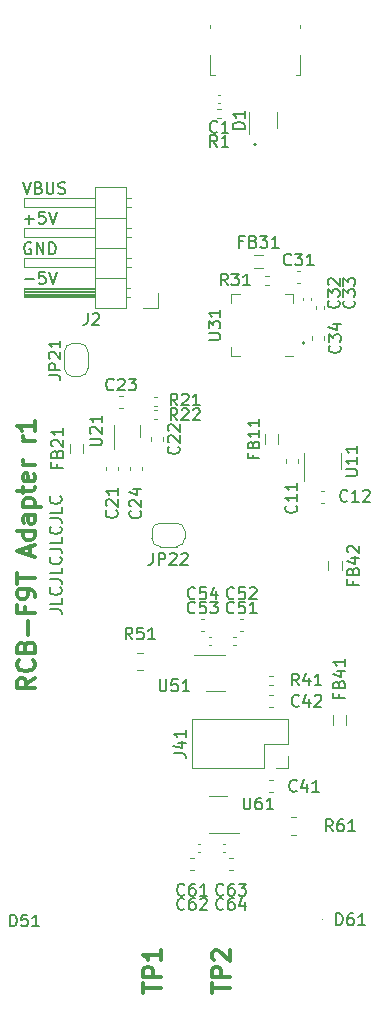
<source format=gbr>
%TF.GenerationSoftware,KiCad,Pcbnew,6.0.7+dfsg-3*%
%TF.CreationDate,2022-09-21T21:46:23+02:00*%
%TF.ProjectId,Adapter_RCB_F9T,41646170-7465-4725-9f52-43425f463954,1*%
%TF.SameCoordinates,Original*%
%TF.FileFunction,Legend,Top*%
%TF.FilePolarity,Positive*%
%FSLAX46Y46*%
G04 Gerber Fmt 4.6, Leading zero omitted, Abs format (unit mm)*
G04 Created by KiCad (PCBNEW 6.0.7+dfsg-3) date 2022-09-21 21:46:23*
%MOMM*%
%LPD*%
G01*
G04 APERTURE LIST*
%ADD10C,0.175000*%
%ADD11C,0.150000*%
%ADD12C,0.300000*%
%ADD13C,0.120000*%
%ADD14C,0.100000*%
G04 APERTURE END LIST*
D10*
X75937500Y-47250000D02*
G75*
G03*
X75937500Y-47250000I-87500J0D01*
G01*
X80037500Y-64050500D02*
G75*
G03*
X80037500Y-64050500I-87500J0D01*
G01*
D11*
X56859404Y-55600000D02*
X56764166Y-55552380D01*
X56621309Y-55552380D01*
X56478452Y-55600000D01*
X56383214Y-55695238D01*
X56335595Y-55790476D01*
X56287976Y-55980952D01*
X56287976Y-56123809D01*
X56335595Y-56314285D01*
X56383214Y-56409523D01*
X56478452Y-56504761D01*
X56621309Y-56552380D01*
X56716547Y-56552380D01*
X56859404Y-56504761D01*
X56907023Y-56457142D01*
X56907023Y-56123809D01*
X56716547Y-56123809D01*
X57335595Y-56552380D02*
X57335595Y-55552380D01*
X57907023Y-56552380D01*
X57907023Y-55552380D01*
X58383214Y-56552380D02*
X58383214Y-55552380D01*
X58621309Y-55552380D01*
X58764166Y-55600000D01*
X58859404Y-55695238D01*
X58907023Y-55790476D01*
X58954642Y-55980952D01*
X58954642Y-56123809D01*
X58907023Y-56314285D01*
X58859404Y-56409523D01*
X58764166Y-56504761D01*
X58621309Y-56552380D01*
X58383214Y-56552380D01*
D12*
X57178571Y-92428571D02*
X56464285Y-92928571D01*
X57178571Y-93285714D02*
X55678571Y-93285714D01*
X55678571Y-92714285D01*
X55750000Y-92571428D01*
X55821428Y-92500000D01*
X55964285Y-92428571D01*
X56178571Y-92428571D01*
X56321428Y-92500000D01*
X56392857Y-92571428D01*
X56464285Y-92714285D01*
X56464285Y-93285714D01*
X57035714Y-90928571D02*
X57107142Y-91000000D01*
X57178571Y-91214285D01*
X57178571Y-91357142D01*
X57107142Y-91571428D01*
X56964285Y-91714285D01*
X56821428Y-91785714D01*
X56535714Y-91857142D01*
X56321428Y-91857142D01*
X56035714Y-91785714D01*
X55892857Y-91714285D01*
X55750000Y-91571428D01*
X55678571Y-91357142D01*
X55678571Y-91214285D01*
X55750000Y-91000000D01*
X55821428Y-90928571D01*
X56392857Y-89785714D02*
X56464285Y-89571428D01*
X56535714Y-89500000D01*
X56678571Y-89428571D01*
X56892857Y-89428571D01*
X57035714Y-89500000D01*
X57107142Y-89571428D01*
X57178571Y-89714285D01*
X57178571Y-90285714D01*
X55678571Y-90285714D01*
X55678571Y-89785714D01*
X55750000Y-89642857D01*
X55821428Y-89571428D01*
X55964285Y-89500000D01*
X56107142Y-89500000D01*
X56250000Y-89571428D01*
X56321428Y-89642857D01*
X56392857Y-89785714D01*
X56392857Y-90285714D01*
X56607142Y-88785714D02*
X56607142Y-87642857D01*
X56392857Y-86428571D02*
X56392857Y-86928571D01*
X57178571Y-86928571D02*
X55678571Y-86928571D01*
X55678571Y-86214285D01*
X57178571Y-85571428D02*
X57178571Y-85285714D01*
X57107142Y-85142857D01*
X57035714Y-85071428D01*
X56821428Y-84928571D01*
X56535714Y-84857142D01*
X55964285Y-84857142D01*
X55821428Y-84928571D01*
X55750000Y-85000000D01*
X55678571Y-85142857D01*
X55678571Y-85428571D01*
X55750000Y-85571428D01*
X55821428Y-85642857D01*
X55964285Y-85714285D01*
X56321428Y-85714285D01*
X56464285Y-85642857D01*
X56535714Y-85571428D01*
X56607142Y-85428571D01*
X56607142Y-85142857D01*
X56535714Y-85000000D01*
X56464285Y-84928571D01*
X56321428Y-84857142D01*
X55678571Y-84428571D02*
X55678571Y-83571428D01*
X57178571Y-84000000D02*
X55678571Y-84000000D01*
X56750000Y-82000000D02*
X56750000Y-81285714D01*
X57178571Y-82142857D02*
X55678571Y-81642857D01*
X57178571Y-81142857D01*
X57178571Y-80000000D02*
X55678571Y-80000000D01*
X57107142Y-80000000D02*
X57178571Y-80142857D01*
X57178571Y-80428571D01*
X57107142Y-80571428D01*
X57035714Y-80642857D01*
X56892857Y-80714285D01*
X56464285Y-80714285D01*
X56321428Y-80642857D01*
X56250000Y-80571428D01*
X56178571Y-80428571D01*
X56178571Y-80142857D01*
X56250000Y-80000000D01*
X57178571Y-78642857D02*
X56392857Y-78642857D01*
X56250000Y-78714285D01*
X56178571Y-78857142D01*
X56178571Y-79142857D01*
X56250000Y-79285714D01*
X57107142Y-78642857D02*
X57178571Y-78785714D01*
X57178571Y-79142857D01*
X57107142Y-79285714D01*
X56964285Y-79357142D01*
X56821428Y-79357142D01*
X56678571Y-79285714D01*
X56607142Y-79142857D01*
X56607142Y-78785714D01*
X56535714Y-78642857D01*
X56178571Y-77928571D02*
X57678571Y-77928571D01*
X56250000Y-77928571D02*
X56178571Y-77785714D01*
X56178571Y-77500000D01*
X56250000Y-77357142D01*
X56321428Y-77285714D01*
X56464285Y-77214285D01*
X56892857Y-77214285D01*
X57035714Y-77285714D01*
X57107142Y-77357142D01*
X57178571Y-77500000D01*
X57178571Y-77785714D01*
X57107142Y-77928571D01*
X56178571Y-76785714D02*
X56178571Y-76214285D01*
X55678571Y-76571428D02*
X56964285Y-76571428D01*
X57107142Y-76500000D01*
X57178571Y-76357142D01*
X57178571Y-76214285D01*
X57107142Y-75142857D02*
X57178571Y-75285714D01*
X57178571Y-75571428D01*
X57107142Y-75714285D01*
X56964285Y-75785714D01*
X56392857Y-75785714D01*
X56250000Y-75714285D01*
X56178571Y-75571428D01*
X56178571Y-75285714D01*
X56250000Y-75142857D01*
X56392857Y-75071428D01*
X56535714Y-75071428D01*
X56678571Y-75785714D01*
X57178571Y-74428571D02*
X56178571Y-74428571D01*
X56464285Y-74428571D02*
X56321428Y-74357142D01*
X56250000Y-74285714D01*
X56178571Y-74142857D01*
X56178571Y-74000000D01*
X57178571Y-72357142D02*
X56178571Y-72357142D01*
X56464285Y-72357142D02*
X56321428Y-72285714D01*
X56250000Y-72214285D01*
X56178571Y-72071428D01*
X56178571Y-71928571D01*
X57178571Y-70642857D02*
X57178571Y-71500000D01*
X57178571Y-71071428D02*
X55678571Y-71071428D01*
X55892857Y-71214285D01*
X56035714Y-71357142D01*
X56107142Y-71500000D01*
D11*
X58452380Y-86619047D02*
X59166666Y-86619047D01*
X59309523Y-86666666D01*
X59404761Y-86761904D01*
X59452380Y-86904761D01*
X59452380Y-87000000D01*
X59452380Y-85666666D02*
X59452380Y-86142857D01*
X58452380Y-86142857D01*
X59357142Y-84761904D02*
X59404761Y-84809523D01*
X59452380Y-84952380D01*
X59452380Y-85047619D01*
X59404761Y-85190476D01*
X59309523Y-85285714D01*
X59214285Y-85333333D01*
X59023809Y-85380952D01*
X58880952Y-85380952D01*
X58690476Y-85333333D01*
X58595238Y-85285714D01*
X58500000Y-85190476D01*
X58452380Y-85047619D01*
X58452380Y-84952380D01*
X58500000Y-84809523D01*
X58547619Y-84761904D01*
X58452380Y-84047619D02*
X59166666Y-84047619D01*
X59309523Y-84095238D01*
X59404761Y-84190476D01*
X59452380Y-84333333D01*
X59452380Y-84428571D01*
X59452380Y-83095238D02*
X59452380Y-83571428D01*
X58452380Y-83571428D01*
X59357142Y-82190476D02*
X59404761Y-82238095D01*
X59452380Y-82380952D01*
X59452380Y-82476190D01*
X59404761Y-82619047D01*
X59309523Y-82714285D01*
X59214285Y-82761904D01*
X59023809Y-82809523D01*
X58880952Y-82809523D01*
X58690476Y-82761904D01*
X58595238Y-82714285D01*
X58500000Y-82619047D01*
X58452380Y-82476190D01*
X58452380Y-82380952D01*
X58500000Y-82238095D01*
X58547619Y-82190476D01*
X58452380Y-81476190D02*
X59166666Y-81476190D01*
X59309523Y-81523809D01*
X59404761Y-81619047D01*
X59452380Y-81761904D01*
X59452380Y-81857142D01*
X59452380Y-80523809D02*
X59452380Y-81000000D01*
X58452380Y-81000000D01*
X59357142Y-79619047D02*
X59404761Y-79666666D01*
X59452380Y-79809523D01*
X59452380Y-79904761D01*
X59404761Y-80047619D01*
X59309523Y-80142857D01*
X59214285Y-80190476D01*
X59023809Y-80238095D01*
X58880952Y-80238095D01*
X58690476Y-80190476D01*
X58595238Y-80142857D01*
X58500000Y-80047619D01*
X58452380Y-79904761D01*
X58452380Y-79809523D01*
X58500000Y-79666666D01*
X58547619Y-79619047D01*
X58452380Y-78904761D02*
X59166666Y-78904761D01*
X59309523Y-78952380D01*
X59404761Y-79047619D01*
X59452380Y-79190476D01*
X59452380Y-79285714D01*
X59452380Y-77952380D02*
X59452380Y-78428571D01*
X58452380Y-78428571D01*
X59357142Y-77047619D02*
X59404761Y-77095238D01*
X59452380Y-77238095D01*
X59452380Y-77333333D01*
X59404761Y-77476190D01*
X59309523Y-77571428D01*
X59214285Y-77619047D01*
X59023809Y-77666666D01*
X58880952Y-77666666D01*
X58690476Y-77619047D01*
X58595238Y-77571428D01*
X58500000Y-77476190D01*
X58452380Y-77333333D01*
X58452380Y-77238095D01*
X58500000Y-77095238D01*
X58547619Y-77047619D01*
X56335595Y-53571428D02*
X57097500Y-53571428D01*
X56716547Y-53952380D02*
X56716547Y-53190476D01*
X58049880Y-52952380D02*
X57573690Y-52952380D01*
X57526071Y-53428571D01*
X57573690Y-53380952D01*
X57668928Y-53333333D01*
X57907023Y-53333333D01*
X58002261Y-53380952D01*
X58049880Y-53428571D01*
X58097500Y-53523809D01*
X58097500Y-53761904D01*
X58049880Y-53857142D01*
X58002261Y-53904761D01*
X57907023Y-53952380D01*
X57668928Y-53952380D01*
X57573690Y-53904761D01*
X57526071Y-53857142D01*
X58383214Y-52952380D02*
X58716547Y-53952380D01*
X59049880Y-52952380D01*
D12*
X72178571Y-119092857D02*
X72178571Y-118235714D01*
X73678571Y-118664285D02*
X72178571Y-118664285D01*
X73678571Y-117735714D02*
X72178571Y-117735714D01*
X72178571Y-117164285D01*
X72250000Y-117021428D01*
X72321428Y-116950000D01*
X72464285Y-116878571D01*
X72678571Y-116878571D01*
X72821428Y-116950000D01*
X72892857Y-117021428D01*
X72964285Y-117164285D01*
X72964285Y-117735714D01*
X72321428Y-116307142D02*
X72250000Y-116235714D01*
X72178571Y-116092857D01*
X72178571Y-115735714D01*
X72250000Y-115592857D01*
X72321428Y-115521428D01*
X72464285Y-115450000D01*
X72607142Y-115450000D01*
X72821428Y-115521428D01*
X73678571Y-116378571D01*
X73678571Y-115450000D01*
D11*
X56192738Y-50452380D02*
X56526071Y-51452380D01*
X56859404Y-50452380D01*
X57526071Y-50928571D02*
X57668928Y-50976190D01*
X57716547Y-51023809D01*
X57764166Y-51119047D01*
X57764166Y-51261904D01*
X57716547Y-51357142D01*
X57668928Y-51404761D01*
X57573690Y-51452380D01*
X57192738Y-51452380D01*
X57192738Y-50452380D01*
X57526071Y-50452380D01*
X57621309Y-50500000D01*
X57668928Y-50547619D01*
X57716547Y-50642857D01*
X57716547Y-50738095D01*
X57668928Y-50833333D01*
X57621309Y-50880952D01*
X57526071Y-50928571D01*
X57192738Y-50928571D01*
X58192738Y-50452380D02*
X58192738Y-51261904D01*
X58240357Y-51357142D01*
X58287976Y-51404761D01*
X58383214Y-51452380D01*
X58573690Y-51452380D01*
X58668928Y-51404761D01*
X58716547Y-51357142D01*
X58764166Y-51261904D01*
X58764166Y-50452380D01*
X59192738Y-51404761D02*
X59335595Y-51452380D01*
X59573690Y-51452380D01*
X59668928Y-51404761D01*
X59716547Y-51357142D01*
X59764166Y-51261904D01*
X59764166Y-51166666D01*
X59716547Y-51071428D01*
X59668928Y-51023809D01*
X59573690Y-50976190D01*
X59383214Y-50928571D01*
X59287976Y-50880952D01*
X59240357Y-50833333D01*
X59192738Y-50738095D01*
X59192738Y-50642857D01*
X59240357Y-50547619D01*
X59287976Y-50500000D01*
X59383214Y-50452380D01*
X59621309Y-50452380D01*
X59764166Y-50500000D01*
X56335595Y-58671428D02*
X57097500Y-58671428D01*
X58049880Y-58052380D02*
X57573690Y-58052380D01*
X57526071Y-58528571D01*
X57573690Y-58480952D01*
X57668928Y-58433333D01*
X57907023Y-58433333D01*
X58002261Y-58480952D01*
X58049880Y-58528571D01*
X58097500Y-58623809D01*
X58097500Y-58861904D01*
X58049880Y-58957142D01*
X58002261Y-59004761D01*
X57907023Y-59052380D01*
X57668928Y-59052380D01*
X57573690Y-59004761D01*
X57526071Y-58957142D01*
X58383214Y-58052380D02*
X58716547Y-59052380D01*
X59049880Y-58052380D01*
D12*
X66378571Y-119092857D02*
X66378571Y-118235714D01*
X67878571Y-118664285D02*
X66378571Y-118664285D01*
X67878571Y-117735714D02*
X66378571Y-117735714D01*
X66378571Y-117164285D01*
X66450000Y-117021428D01*
X66521428Y-116950000D01*
X66664285Y-116878571D01*
X66878571Y-116878571D01*
X67021428Y-116950000D01*
X67092857Y-117021428D01*
X67164285Y-117164285D01*
X67164285Y-117735714D01*
X67878571Y-115450000D02*
X67878571Y-116307142D01*
X67878571Y-115878571D02*
X66378571Y-115878571D01*
X66592857Y-116021428D01*
X66735714Y-116164285D01*
X66807142Y-116307142D01*
D11*
%TO.C,R41*%
X79557142Y-93052380D02*
X79223809Y-92576190D01*
X78985714Y-93052380D02*
X78985714Y-92052380D01*
X79366666Y-92052380D01*
X79461904Y-92100000D01*
X79509523Y-92147619D01*
X79557142Y-92242857D01*
X79557142Y-92385714D01*
X79509523Y-92480952D01*
X79461904Y-92528571D01*
X79366666Y-92576190D01*
X78985714Y-92576190D01*
X80414285Y-92385714D02*
X80414285Y-93052380D01*
X80176190Y-92004761D02*
X79938095Y-92719047D01*
X80557142Y-92719047D01*
X81461904Y-93052380D02*
X80890476Y-93052380D01*
X81176190Y-93052380D02*
X81176190Y-92052380D01*
X81080952Y-92195238D01*
X80985714Y-92290476D01*
X80890476Y-92338095D01*
%TO.C,D1*%
X74952380Y-45938095D02*
X73952380Y-45938095D01*
X73952380Y-45700000D01*
X74000000Y-45557142D01*
X74095238Y-45461904D01*
X74190476Y-45414285D01*
X74380952Y-45366666D01*
X74523809Y-45366666D01*
X74714285Y-45414285D01*
X74809523Y-45461904D01*
X74904761Y-45557142D01*
X74952380Y-45700000D01*
X74952380Y-45938095D01*
X74952380Y-44414285D02*
X74952380Y-44985714D01*
X74952380Y-44700000D02*
X73952380Y-44700000D01*
X74095238Y-44795238D01*
X74190476Y-44890476D01*
X74238095Y-44985714D01*
%TO.C,C33*%
X84197142Y-60483357D02*
X84244761Y-60530976D01*
X84292380Y-60673833D01*
X84292380Y-60769071D01*
X84244761Y-60911928D01*
X84149523Y-61007166D01*
X84054285Y-61054785D01*
X83863809Y-61102404D01*
X83720952Y-61102404D01*
X83530476Y-61054785D01*
X83435238Y-61007166D01*
X83340000Y-60911928D01*
X83292380Y-60769071D01*
X83292380Y-60673833D01*
X83340000Y-60530976D01*
X83387619Y-60483357D01*
X83292380Y-60150023D02*
X83292380Y-59530976D01*
X83673333Y-59864309D01*
X83673333Y-59721452D01*
X83720952Y-59626214D01*
X83768571Y-59578595D01*
X83863809Y-59530976D01*
X84101904Y-59530976D01*
X84197142Y-59578595D01*
X84244761Y-59626214D01*
X84292380Y-59721452D01*
X84292380Y-60007166D01*
X84244761Y-60102404D01*
X84197142Y-60150023D01*
X83292380Y-59197642D02*
X83292380Y-58578595D01*
X83673333Y-58911928D01*
X83673333Y-58769071D01*
X83720952Y-58673833D01*
X83768571Y-58626214D01*
X83863809Y-58578595D01*
X84101904Y-58578595D01*
X84197142Y-58626214D01*
X84244761Y-58673833D01*
X84292380Y-58769071D01*
X84292380Y-59054785D01*
X84244761Y-59150023D01*
X84197142Y-59197642D01*
%TO.C,C63*%
X73157142Y-110757142D02*
X73109523Y-110804761D01*
X72966666Y-110852380D01*
X72871428Y-110852380D01*
X72728571Y-110804761D01*
X72633333Y-110709523D01*
X72585714Y-110614285D01*
X72538095Y-110423809D01*
X72538095Y-110280952D01*
X72585714Y-110090476D01*
X72633333Y-109995238D01*
X72728571Y-109900000D01*
X72871428Y-109852380D01*
X72966666Y-109852380D01*
X73109523Y-109900000D01*
X73157142Y-109947619D01*
X74014285Y-109852380D02*
X73823809Y-109852380D01*
X73728571Y-109900000D01*
X73680952Y-109947619D01*
X73585714Y-110090476D01*
X73538095Y-110280952D01*
X73538095Y-110661904D01*
X73585714Y-110757142D01*
X73633333Y-110804761D01*
X73728571Y-110852380D01*
X73919047Y-110852380D01*
X74014285Y-110804761D01*
X74061904Y-110757142D01*
X74109523Y-110661904D01*
X74109523Y-110423809D01*
X74061904Y-110328571D01*
X74014285Y-110280952D01*
X73919047Y-110233333D01*
X73728571Y-110233333D01*
X73633333Y-110280952D01*
X73585714Y-110328571D01*
X73538095Y-110423809D01*
X74442857Y-109852380D02*
X75061904Y-109852380D01*
X74728571Y-110233333D01*
X74871428Y-110233333D01*
X74966666Y-110280952D01*
X75014285Y-110328571D01*
X75061904Y-110423809D01*
X75061904Y-110661904D01*
X75014285Y-110757142D01*
X74966666Y-110804761D01*
X74871428Y-110852380D01*
X74585714Y-110852380D01*
X74490476Y-110804761D01*
X74442857Y-110757142D01*
%TO.C,C11*%
X79307142Y-77842857D02*
X79354761Y-77890476D01*
X79402380Y-78033333D01*
X79402380Y-78128571D01*
X79354761Y-78271428D01*
X79259523Y-78366666D01*
X79164285Y-78414285D01*
X78973809Y-78461904D01*
X78830952Y-78461904D01*
X78640476Y-78414285D01*
X78545238Y-78366666D01*
X78450000Y-78271428D01*
X78402380Y-78128571D01*
X78402380Y-78033333D01*
X78450000Y-77890476D01*
X78497619Y-77842857D01*
X79402380Y-76890476D02*
X79402380Y-77461904D01*
X79402380Y-77176190D02*
X78402380Y-77176190D01*
X78545238Y-77271428D01*
X78640476Y-77366666D01*
X78688095Y-77461904D01*
X79402380Y-75938095D02*
X79402380Y-76509523D01*
X79402380Y-76223809D02*
X78402380Y-76223809D01*
X78545238Y-76319047D01*
X78640476Y-76414285D01*
X78688095Y-76509523D01*
%TO.C,D51*%
X55085714Y-113452380D02*
X55085714Y-112452380D01*
X55323809Y-112452380D01*
X55466666Y-112500000D01*
X55561904Y-112595238D01*
X55609523Y-112690476D01*
X55657142Y-112880952D01*
X55657142Y-113023809D01*
X55609523Y-113214285D01*
X55561904Y-113309523D01*
X55466666Y-113404761D01*
X55323809Y-113452380D01*
X55085714Y-113452380D01*
X56561904Y-112452380D02*
X56085714Y-112452380D01*
X56038095Y-112928571D01*
X56085714Y-112880952D01*
X56180952Y-112833333D01*
X56419047Y-112833333D01*
X56514285Y-112880952D01*
X56561904Y-112928571D01*
X56609523Y-113023809D01*
X56609523Y-113261904D01*
X56561904Y-113357142D01*
X56514285Y-113404761D01*
X56419047Y-113452380D01*
X56180952Y-113452380D01*
X56085714Y-113404761D01*
X56038095Y-113357142D01*
X57561904Y-113452380D02*
X56990476Y-113452380D01*
X57276190Y-113452380D02*
X57276190Y-112452380D01*
X57180952Y-112595238D01*
X57085714Y-112690476D01*
X56990476Y-112738095D01*
%TO.C,C24*%
X66107142Y-78267857D02*
X66154761Y-78315476D01*
X66202380Y-78458333D01*
X66202380Y-78553571D01*
X66154761Y-78696428D01*
X66059523Y-78791666D01*
X65964285Y-78839285D01*
X65773809Y-78886904D01*
X65630952Y-78886904D01*
X65440476Y-78839285D01*
X65345238Y-78791666D01*
X65250000Y-78696428D01*
X65202380Y-78553571D01*
X65202380Y-78458333D01*
X65250000Y-78315476D01*
X65297619Y-78267857D01*
X65297619Y-77886904D02*
X65250000Y-77839285D01*
X65202380Y-77744047D01*
X65202380Y-77505952D01*
X65250000Y-77410714D01*
X65297619Y-77363095D01*
X65392857Y-77315476D01*
X65488095Y-77315476D01*
X65630952Y-77363095D01*
X66202380Y-77934523D01*
X66202380Y-77315476D01*
X65535714Y-76458333D02*
X66202380Y-76458333D01*
X65154761Y-76696428D02*
X65869047Y-76934523D01*
X65869047Y-76315476D01*
%TO.C,R21*%
X69257142Y-69352380D02*
X68923809Y-68876190D01*
X68685714Y-69352380D02*
X68685714Y-68352380D01*
X69066666Y-68352380D01*
X69161904Y-68400000D01*
X69209523Y-68447619D01*
X69257142Y-68542857D01*
X69257142Y-68685714D01*
X69209523Y-68780952D01*
X69161904Y-68828571D01*
X69066666Y-68876190D01*
X68685714Y-68876190D01*
X69638095Y-68447619D02*
X69685714Y-68400000D01*
X69780952Y-68352380D01*
X70019047Y-68352380D01*
X70114285Y-68400000D01*
X70161904Y-68447619D01*
X70209523Y-68542857D01*
X70209523Y-68638095D01*
X70161904Y-68780952D01*
X69590476Y-69352380D01*
X70209523Y-69352380D01*
X71161904Y-69352380D02*
X70590476Y-69352380D01*
X70876190Y-69352380D02*
X70876190Y-68352380D01*
X70780952Y-68495238D01*
X70685714Y-68590476D01*
X70590476Y-68638095D01*
%TO.C,C42*%
X79557142Y-94757142D02*
X79509523Y-94804761D01*
X79366666Y-94852380D01*
X79271428Y-94852380D01*
X79128571Y-94804761D01*
X79033333Y-94709523D01*
X78985714Y-94614285D01*
X78938095Y-94423809D01*
X78938095Y-94280952D01*
X78985714Y-94090476D01*
X79033333Y-93995238D01*
X79128571Y-93900000D01*
X79271428Y-93852380D01*
X79366666Y-93852380D01*
X79509523Y-93900000D01*
X79557142Y-93947619D01*
X80414285Y-94185714D02*
X80414285Y-94852380D01*
X80176190Y-93804761D02*
X79938095Y-94519047D01*
X80557142Y-94519047D01*
X80890476Y-93947619D02*
X80938095Y-93900000D01*
X81033333Y-93852380D01*
X81271428Y-93852380D01*
X81366666Y-93900000D01*
X81414285Y-93947619D01*
X81461904Y-94042857D01*
X81461904Y-94138095D01*
X81414285Y-94280952D01*
X80842857Y-94852380D01*
X81461904Y-94852380D01*
%TO.C,R22*%
X69257142Y-70602380D02*
X68923809Y-70126190D01*
X68685714Y-70602380D02*
X68685714Y-69602380D01*
X69066666Y-69602380D01*
X69161904Y-69650000D01*
X69209523Y-69697619D01*
X69257142Y-69792857D01*
X69257142Y-69935714D01*
X69209523Y-70030952D01*
X69161904Y-70078571D01*
X69066666Y-70126190D01*
X68685714Y-70126190D01*
X69638095Y-69697619D02*
X69685714Y-69650000D01*
X69780952Y-69602380D01*
X70019047Y-69602380D01*
X70114285Y-69650000D01*
X70161904Y-69697619D01*
X70209523Y-69792857D01*
X70209523Y-69888095D01*
X70161904Y-70030952D01*
X69590476Y-70602380D01*
X70209523Y-70602380D01*
X70590476Y-69697619D02*
X70638095Y-69650000D01*
X70733333Y-69602380D01*
X70971428Y-69602380D01*
X71066666Y-69650000D01*
X71114285Y-69697619D01*
X71161904Y-69792857D01*
X71161904Y-69888095D01*
X71114285Y-70030952D01*
X70542857Y-70602380D01*
X71161904Y-70602380D01*
%TO.C,FB31*%
X74830476Y-55469071D02*
X74497142Y-55469071D01*
X74497142Y-55992880D02*
X74497142Y-54992880D01*
X74973333Y-54992880D01*
X75687619Y-55469071D02*
X75830476Y-55516690D01*
X75878095Y-55564309D01*
X75925714Y-55659547D01*
X75925714Y-55802404D01*
X75878095Y-55897642D01*
X75830476Y-55945261D01*
X75735238Y-55992880D01*
X75354285Y-55992880D01*
X75354285Y-54992880D01*
X75687619Y-54992880D01*
X75782857Y-55040500D01*
X75830476Y-55088119D01*
X75878095Y-55183357D01*
X75878095Y-55278595D01*
X75830476Y-55373833D01*
X75782857Y-55421452D01*
X75687619Y-55469071D01*
X75354285Y-55469071D01*
X76259047Y-54992880D02*
X76878095Y-54992880D01*
X76544761Y-55373833D01*
X76687619Y-55373833D01*
X76782857Y-55421452D01*
X76830476Y-55469071D01*
X76878095Y-55564309D01*
X76878095Y-55802404D01*
X76830476Y-55897642D01*
X76782857Y-55945261D01*
X76687619Y-55992880D01*
X76401904Y-55992880D01*
X76306666Y-55945261D01*
X76259047Y-55897642D01*
X77830476Y-55992880D02*
X77259047Y-55992880D01*
X77544761Y-55992880D02*
X77544761Y-54992880D01*
X77449523Y-55135738D01*
X77354285Y-55230976D01*
X77259047Y-55278595D01*
%TO.C,C64*%
X73157142Y-111957142D02*
X73109523Y-112004761D01*
X72966666Y-112052380D01*
X72871428Y-112052380D01*
X72728571Y-112004761D01*
X72633333Y-111909523D01*
X72585714Y-111814285D01*
X72538095Y-111623809D01*
X72538095Y-111480952D01*
X72585714Y-111290476D01*
X72633333Y-111195238D01*
X72728571Y-111100000D01*
X72871428Y-111052380D01*
X72966666Y-111052380D01*
X73109523Y-111100000D01*
X73157142Y-111147619D01*
X74014285Y-111052380D02*
X73823809Y-111052380D01*
X73728571Y-111100000D01*
X73680952Y-111147619D01*
X73585714Y-111290476D01*
X73538095Y-111480952D01*
X73538095Y-111861904D01*
X73585714Y-111957142D01*
X73633333Y-112004761D01*
X73728571Y-112052380D01*
X73919047Y-112052380D01*
X74014285Y-112004761D01*
X74061904Y-111957142D01*
X74109523Y-111861904D01*
X74109523Y-111623809D01*
X74061904Y-111528571D01*
X74014285Y-111480952D01*
X73919047Y-111433333D01*
X73728571Y-111433333D01*
X73633333Y-111480952D01*
X73585714Y-111528571D01*
X73538095Y-111623809D01*
X74966666Y-111385714D02*
X74966666Y-112052380D01*
X74728571Y-111004761D02*
X74490476Y-111719047D01*
X75109523Y-111719047D01*
%TO.C,FB11*%
X75678571Y-73509523D02*
X75678571Y-73842857D01*
X76202380Y-73842857D02*
X75202380Y-73842857D01*
X75202380Y-73366666D01*
X75678571Y-72652380D02*
X75726190Y-72509523D01*
X75773809Y-72461904D01*
X75869047Y-72414285D01*
X76011904Y-72414285D01*
X76107142Y-72461904D01*
X76154761Y-72509523D01*
X76202380Y-72604761D01*
X76202380Y-72985714D01*
X75202380Y-72985714D01*
X75202380Y-72652380D01*
X75250000Y-72557142D01*
X75297619Y-72509523D01*
X75392857Y-72461904D01*
X75488095Y-72461904D01*
X75583333Y-72509523D01*
X75630952Y-72557142D01*
X75678571Y-72652380D01*
X75678571Y-72985714D01*
X76202380Y-71461904D02*
X76202380Y-72033333D01*
X76202380Y-71747619D02*
X75202380Y-71747619D01*
X75345238Y-71842857D01*
X75440476Y-71938095D01*
X75488095Y-72033333D01*
X76202380Y-70509523D02*
X76202380Y-71080952D01*
X76202380Y-70795238D02*
X75202380Y-70795238D01*
X75345238Y-70890476D01*
X75440476Y-70985714D01*
X75488095Y-71080952D01*
%TO.C,U21*%
X61852380Y-72738095D02*
X62661904Y-72738095D01*
X62757142Y-72690476D01*
X62804761Y-72642857D01*
X62852380Y-72547619D01*
X62852380Y-72357142D01*
X62804761Y-72261904D01*
X62757142Y-72214285D01*
X62661904Y-72166666D01*
X61852380Y-72166666D01*
X61947619Y-71738095D02*
X61900000Y-71690476D01*
X61852380Y-71595238D01*
X61852380Y-71357142D01*
X61900000Y-71261904D01*
X61947619Y-71214285D01*
X62042857Y-71166666D01*
X62138095Y-71166666D01*
X62280952Y-71214285D01*
X62852380Y-71785714D01*
X62852380Y-71166666D01*
X62852380Y-70214285D02*
X62852380Y-70785714D01*
X62852380Y-70500000D02*
X61852380Y-70500000D01*
X61995238Y-70595238D01*
X62090476Y-70690476D01*
X62138095Y-70785714D01*
%TO.C,C31*%
X78897142Y-57397642D02*
X78849523Y-57445261D01*
X78706666Y-57492880D01*
X78611428Y-57492880D01*
X78468571Y-57445261D01*
X78373333Y-57350023D01*
X78325714Y-57254785D01*
X78278095Y-57064309D01*
X78278095Y-56921452D01*
X78325714Y-56730976D01*
X78373333Y-56635738D01*
X78468571Y-56540500D01*
X78611428Y-56492880D01*
X78706666Y-56492880D01*
X78849523Y-56540500D01*
X78897142Y-56588119D01*
X79230476Y-56492880D02*
X79849523Y-56492880D01*
X79516190Y-56873833D01*
X79659047Y-56873833D01*
X79754285Y-56921452D01*
X79801904Y-56969071D01*
X79849523Y-57064309D01*
X79849523Y-57302404D01*
X79801904Y-57397642D01*
X79754285Y-57445261D01*
X79659047Y-57492880D01*
X79373333Y-57492880D01*
X79278095Y-57445261D01*
X79230476Y-57397642D01*
X80801904Y-57492880D02*
X80230476Y-57492880D01*
X80516190Y-57492880D02*
X80516190Y-56492880D01*
X80420952Y-56635738D01*
X80325714Y-56730976D01*
X80230476Y-56778595D01*
%TO.C,C41*%
X79357142Y-101957142D02*
X79309523Y-102004761D01*
X79166666Y-102052380D01*
X79071428Y-102052380D01*
X78928571Y-102004761D01*
X78833333Y-101909523D01*
X78785714Y-101814285D01*
X78738095Y-101623809D01*
X78738095Y-101480952D01*
X78785714Y-101290476D01*
X78833333Y-101195238D01*
X78928571Y-101100000D01*
X79071428Y-101052380D01*
X79166666Y-101052380D01*
X79309523Y-101100000D01*
X79357142Y-101147619D01*
X80214285Y-101385714D02*
X80214285Y-102052380D01*
X79976190Y-101004761D02*
X79738095Y-101719047D01*
X80357142Y-101719047D01*
X81261904Y-102052380D02*
X80690476Y-102052380D01*
X80976190Y-102052380D02*
X80976190Y-101052380D01*
X80880952Y-101195238D01*
X80785714Y-101290476D01*
X80690476Y-101338095D01*
%TO.C,U31*%
X71902380Y-63788595D02*
X72711904Y-63788595D01*
X72807142Y-63740976D01*
X72854761Y-63693357D01*
X72902380Y-63598119D01*
X72902380Y-63407642D01*
X72854761Y-63312404D01*
X72807142Y-63264785D01*
X72711904Y-63217166D01*
X71902380Y-63217166D01*
X71902380Y-62836214D02*
X71902380Y-62217166D01*
X72283333Y-62550500D01*
X72283333Y-62407642D01*
X72330952Y-62312404D01*
X72378571Y-62264785D01*
X72473809Y-62217166D01*
X72711904Y-62217166D01*
X72807142Y-62264785D01*
X72854761Y-62312404D01*
X72902380Y-62407642D01*
X72902380Y-62693357D01*
X72854761Y-62788595D01*
X72807142Y-62836214D01*
X72902380Y-61264785D02*
X72902380Y-61836214D01*
X72902380Y-61550500D02*
X71902380Y-61550500D01*
X72045238Y-61645738D01*
X72140476Y-61740976D01*
X72188095Y-61836214D01*
%TO.C,FB21*%
X59078571Y-74284523D02*
X59078571Y-74617857D01*
X59602380Y-74617857D02*
X58602380Y-74617857D01*
X58602380Y-74141666D01*
X59078571Y-73427380D02*
X59126190Y-73284523D01*
X59173809Y-73236904D01*
X59269047Y-73189285D01*
X59411904Y-73189285D01*
X59507142Y-73236904D01*
X59554761Y-73284523D01*
X59602380Y-73379761D01*
X59602380Y-73760714D01*
X58602380Y-73760714D01*
X58602380Y-73427380D01*
X58650000Y-73332142D01*
X58697619Y-73284523D01*
X58792857Y-73236904D01*
X58888095Y-73236904D01*
X58983333Y-73284523D01*
X59030952Y-73332142D01*
X59078571Y-73427380D01*
X59078571Y-73760714D01*
X58697619Y-72808333D02*
X58650000Y-72760714D01*
X58602380Y-72665476D01*
X58602380Y-72427380D01*
X58650000Y-72332142D01*
X58697619Y-72284523D01*
X58792857Y-72236904D01*
X58888095Y-72236904D01*
X59030952Y-72284523D01*
X59602380Y-72855952D01*
X59602380Y-72236904D01*
X59602380Y-71284523D02*
X59602380Y-71855952D01*
X59602380Y-71570238D02*
X58602380Y-71570238D01*
X58745238Y-71665476D01*
X58840476Y-71760714D01*
X58888095Y-71855952D01*
%TO.C,C54*%
X70757142Y-85657142D02*
X70709523Y-85704761D01*
X70566666Y-85752380D01*
X70471428Y-85752380D01*
X70328571Y-85704761D01*
X70233333Y-85609523D01*
X70185714Y-85514285D01*
X70138095Y-85323809D01*
X70138095Y-85180952D01*
X70185714Y-84990476D01*
X70233333Y-84895238D01*
X70328571Y-84800000D01*
X70471428Y-84752380D01*
X70566666Y-84752380D01*
X70709523Y-84800000D01*
X70757142Y-84847619D01*
X71661904Y-84752380D02*
X71185714Y-84752380D01*
X71138095Y-85228571D01*
X71185714Y-85180952D01*
X71280952Y-85133333D01*
X71519047Y-85133333D01*
X71614285Y-85180952D01*
X71661904Y-85228571D01*
X71709523Y-85323809D01*
X71709523Y-85561904D01*
X71661904Y-85657142D01*
X71614285Y-85704761D01*
X71519047Y-85752380D01*
X71280952Y-85752380D01*
X71185714Y-85704761D01*
X71138095Y-85657142D01*
X72566666Y-85085714D02*
X72566666Y-85752380D01*
X72328571Y-84704761D02*
X72090476Y-85419047D01*
X72709523Y-85419047D01*
%TO.C,C32*%
X82897142Y-60483357D02*
X82944761Y-60530976D01*
X82992380Y-60673833D01*
X82992380Y-60769071D01*
X82944761Y-60911928D01*
X82849523Y-61007166D01*
X82754285Y-61054785D01*
X82563809Y-61102404D01*
X82420952Y-61102404D01*
X82230476Y-61054785D01*
X82135238Y-61007166D01*
X82040000Y-60911928D01*
X81992380Y-60769071D01*
X81992380Y-60673833D01*
X82040000Y-60530976D01*
X82087619Y-60483357D01*
X81992380Y-60150023D02*
X81992380Y-59530976D01*
X82373333Y-59864309D01*
X82373333Y-59721452D01*
X82420952Y-59626214D01*
X82468571Y-59578595D01*
X82563809Y-59530976D01*
X82801904Y-59530976D01*
X82897142Y-59578595D01*
X82944761Y-59626214D01*
X82992380Y-59721452D01*
X82992380Y-60007166D01*
X82944761Y-60102404D01*
X82897142Y-60150023D01*
X82087619Y-59150023D02*
X82040000Y-59102404D01*
X81992380Y-59007166D01*
X81992380Y-58769071D01*
X82040000Y-58673833D01*
X82087619Y-58626214D01*
X82182857Y-58578595D01*
X82278095Y-58578595D01*
X82420952Y-58626214D01*
X82992380Y-59197642D01*
X82992380Y-58578595D01*
%TO.C,R61*%
X82407142Y-105402380D02*
X82073809Y-104926190D01*
X81835714Y-105402380D02*
X81835714Y-104402380D01*
X82216666Y-104402380D01*
X82311904Y-104450000D01*
X82359523Y-104497619D01*
X82407142Y-104592857D01*
X82407142Y-104735714D01*
X82359523Y-104830952D01*
X82311904Y-104878571D01*
X82216666Y-104926190D01*
X81835714Y-104926190D01*
X83264285Y-104402380D02*
X83073809Y-104402380D01*
X82978571Y-104450000D01*
X82930952Y-104497619D01*
X82835714Y-104640476D01*
X82788095Y-104830952D01*
X82788095Y-105211904D01*
X82835714Y-105307142D01*
X82883333Y-105354761D01*
X82978571Y-105402380D01*
X83169047Y-105402380D01*
X83264285Y-105354761D01*
X83311904Y-105307142D01*
X83359523Y-105211904D01*
X83359523Y-104973809D01*
X83311904Y-104878571D01*
X83264285Y-104830952D01*
X83169047Y-104783333D01*
X82978571Y-104783333D01*
X82883333Y-104830952D01*
X82835714Y-104878571D01*
X82788095Y-104973809D01*
X84311904Y-105402380D02*
X83740476Y-105402380D01*
X84026190Y-105402380D02*
X84026190Y-104402380D01*
X83930952Y-104545238D01*
X83835714Y-104640476D01*
X83740476Y-104688095D01*
%TO.C,FB42*%
X84128571Y-84209523D02*
X84128571Y-84542857D01*
X84652380Y-84542857D02*
X83652380Y-84542857D01*
X83652380Y-84066666D01*
X84128571Y-83352380D02*
X84176190Y-83209523D01*
X84223809Y-83161904D01*
X84319047Y-83114285D01*
X84461904Y-83114285D01*
X84557142Y-83161904D01*
X84604761Y-83209523D01*
X84652380Y-83304761D01*
X84652380Y-83685714D01*
X83652380Y-83685714D01*
X83652380Y-83352380D01*
X83700000Y-83257142D01*
X83747619Y-83209523D01*
X83842857Y-83161904D01*
X83938095Y-83161904D01*
X84033333Y-83209523D01*
X84080952Y-83257142D01*
X84128571Y-83352380D01*
X84128571Y-83685714D01*
X83985714Y-82257142D02*
X84652380Y-82257142D01*
X83604761Y-82495238D02*
X84319047Y-82733333D01*
X84319047Y-82114285D01*
X83747619Y-81780952D02*
X83700000Y-81733333D01*
X83652380Y-81638095D01*
X83652380Y-81400000D01*
X83700000Y-81304761D01*
X83747619Y-81257142D01*
X83842857Y-81209523D01*
X83938095Y-81209523D01*
X84080952Y-81257142D01*
X84652380Y-81828571D01*
X84652380Y-81209523D01*
%TO.C,C1*%
X72633333Y-46157142D02*
X72585714Y-46204761D01*
X72442857Y-46252380D01*
X72347619Y-46252380D01*
X72204761Y-46204761D01*
X72109523Y-46109523D01*
X72061904Y-46014285D01*
X72014285Y-45823809D01*
X72014285Y-45680952D01*
X72061904Y-45490476D01*
X72109523Y-45395238D01*
X72204761Y-45300000D01*
X72347619Y-45252380D01*
X72442857Y-45252380D01*
X72585714Y-45300000D01*
X72633333Y-45347619D01*
X73585714Y-46252380D02*
X73014285Y-46252380D01*
X73300000Y-46252380D02*
X73300000Y-45252380D01*
X73204761Y-45395238D01*
X73109523Y-45490476D01*
X73014285Y-45538095D01*
%TO.C,JP22*%
X67190476Y-81852380D02*
X67190476Y-82566666D01*
X67142857Y-82709523D01*
X67047619Y-82804761D01*
X66904761Y-82852380D01*
X66809523Y-82852380D01*
X67666666Y-82852380D02*
X67666666Y-81852380D01*
X68047619Y-81852380D01*
X68142857Y-81900000D01*
X68190476Y-81947619D01*
X68238095Y-82042857D01*
X68238095Y-82185714D01*
X68190476Y-82280952D01*
X68142857Y-82328571D01*
X68047619Y-82376190D01*
X67666666Y-82376190D01*
X68619047Y-81947619D02*
X68666666Y-81900000D01*
X68761904Y-81852380D01*
X69000000Y-81852380D01*
X69095238Y-81900000D01*
X69142857Y-81947619D01*
X69190476Y-82042857D01*
X69190476Y-82138095D01*
X69142857Y-82280952D01*
X68571428Y-82852380D01*
X69190476Y-82852380D01*
X69571428Y-81947619D02*
X69619047Y-81900000D01*
X69714285Y-81852380D01*
X69952380Y-81852380D01*
X70047619Y-81900000D01*
X70095238Y-81947619D01*
X70142857Y-82042857D01*
X70142857Y-82138095D01*
X70095238Y-82280952D01*
X69523809Y-82852380D01*
X70142857Y-82852380D01*
%TO.C,R1*%
X72633333Y-47452380D02*
X72300000Y-46976190D01*
X72061904Y-47452380D02*
X72061904Y-46452380D01*
X72442857Y-46452380D01*
X72538095Y-46500000D01*
X72585714Y-46547619D01*
X72633333Y-46642857D01*
X72633333Y-46785714D01*
X72585714Y-46880952D01*
X72538095Y-46928571D01*
X72442857Y-46976190D01*
X72061904Y-46976190D01*
X73585714Y-47452380D02*
X73014285Y-47452380D01*
X73300000Y-47452380D02*
X73300000Y-46452380D01*
X73204761Y-46595238D01*
X73109523Y-46690476D01*
X73014285Y-46738095D01*
%TO.C,U11*%
X83502380Y-75300595D02*
X84311904Y-75300595D01*
X84407142Y-75252976D01*
X84454761Y-75205357D01*
X84502380Y-75110119D01*
X84502380Y-74919642D01*
X84454761Y-74824404D01*
X84407142Y-74776785D01*
X84311904Y-74729166D01*
X83502380Y-74729166D01*
X84502380Y-73729166D02*
X84502380Y-74300595D01*
X84502380Y-74014880D02*
X83502380Y-74014880D01*
X83645238Y-74110119D01*
X83740476Y-74205357D01*
X83788095Y-74300595D01*
X84502380Y-72776785D02*
X84502380Y-73348214D01*
X84502380Y-73062500D02*
X83502380Y-73062500D01*
X83645238Y-73157738D01*
X83740476Y-73252976D01*
X83788095Y-73348214D01*
%TO.C,JP21*%
X58352380Y-66809523D02*
X59066666Y-66809523D01*
X59209523Y-66857142D01*
X59304761Y-66952380D01*
X59352380Y-67095238D01*
X59352380Y-67190476D01*
X59352380Y-66333333D02*
X58352380Y-66333333D01*
X58352380Y-65952380D01*
X58400000Y-65857142D01*
X58447619Y-65809523D01*
X58542857Y-65761904D01*
X58685714Y-65761904D01*
X58780952Y-65809523D01*
X58828571Y-65857142D01*
X58876190Y-65952380D01*
X58876190Y-66333333D01*
X58447619Y-65380952D02*
X58400000Y-65333333D01*
X58352380Y-65238095D01*
X58352380Y-65000000D01*
X58400000Y-64904761D01*
X58447619Y-64857142D01*
X58542857Y-64809523D01*
X58638095Y-64809523D01*
X58780952Y-64857142D01*
X59352380Y-65428571D01*
X59352380Y-64809523D01*
X59352380Y-63857142D02*
X59352380Y-64428571D01*
X59352380Y-64142857D02*
X58352380Y-64142857D01*
X58495238Y-64238095D01*
X58590476Y-64333333D01*
X58638095Y-64428571D01*
%TO.C,U51*%
X67761904Y-92552380D02*
X67761904Y-93361904D01*
X67809523Y-93457142D01*
X67857142Y-93504761D01*
X67952380Y-93552380D01*
X68142857Y-93552380D01*
X68238095Y-93504761D01*
X68285714Y-93457142D01*
X68333333Y-93361904D01*
X68333333Y-92552380D01*
X69285714Y-92552380D02*
X68809523Y-92552380D01*
X68761904Y-93028571D01*
X68809523Y-92980952D01*
X68904761Y-92933333D01*
X69142857Y-92933333D01*
X69238095Y-92980952D01*
X69285714Y-93028571D01*
X69333333Y-93123809D01*
X69333333Y-93361904D01*
X69285714Y-93457142D01*
X69238095Y-93504761D01*
X69142857Y-93552380D01*
X68904761Y-93552380D01*
X68809523Y-93504761D01*
X68761904Y-93457142D01*
X70285714Y-93552380D02*
X69714285Y-93552380D01*
X70000000Y-93552380D02*
X70000000Y-92552380D01*
X69904761Y-92695238D01*
X69809523Y-92790476D01*
X69714285Y-92838095D01*
%TO.C,C21*%
X64107142Y-78242857D02*
X64154761Y-78290476D01*
X64202380Y-78433333D01*
X64202380Y-78528571D01*
X64154761Y-78671428D01*
X64059523Y-78766666D01*
X63964285Y-78814285D01*
X63773809Y-78861904D01*
X63630952Y-78861904D01*
X63440476Y-78814285D01*
X63345238Y-78766666D01*
X63250000Y-78671428D01*
X63202380Y-78528571D01*
X63202380Y-78433333D01*
X63250000Y-78290476D01*
X63297619Y-78242857D01*
X63297619Y-77861904D02*
X63250000Y-77814285D01*
X63202380Y-77719047D01*
X63202380Y-77480952D01*
X63250000Y-77385714D01*
X63297619Y-77338095D01*
X63392857Y-77290476D01*
X63488095Y-77290476D01*
X63630952Y-77338095D01*
X64202380Y-77909523D01*
X64202380Y-77290476D01*
X64202380Y-76338095D02*
X64202380Y-76909523D01*
X64202380Y-76623809D02*
X63202380Y-76623809D01*
X63345238Y-76719047D01*
X63440476Y-76814285D01*
X63488095Y-76909523D01*
%TO.C,C62*%
X69857142Y-111957142D02*
X69809523Y-112004761D01*
X69666666Y-112052380D01*
X69571428Y-112052380D01*
X69428571Y-112004761D01*
X69333333Y-111909523D01*
X69285714Y-111814285D01*
X69238095Y-111623809D01*
X69238095Y-111480952D01*
X69285714Y-111290476D01*
X69333333Y-111195238D01*
X69428571Y-111100000D01*
X69571428Y-111052380D01*
X69666666Y-111052380D01*
X69809523Y-111100000D01*
X69857142Y-111147619D01*
X70714285Y-111052380D02*
X70523809Y-111052380D01*
X70428571Y-111100000D01*
X70380952Y-111147619D01*
X70285714Y-111290476D01*
X70238095Y-111480952D01*
X70238095Y-111861904D01*
X70285714Y-111957142D01*
X70333333Y-112004761D01*
X70428571Y-112052380D01*
X70619047Y-112052380D01*
X70714285Y-112004761D01*
X70761904Y-111957142D01*
X70809523Y-111861904D01*
X70809523Y-111623809D01*
X70761904Y-111528571D01*
X70714285Y-111480952D01*
X70619047Y-111433333D01*
X70428571Y-111433333D01*
X70333333Y-111480952D01*
X70285714Y-111528571D01*
X70238095Y-111623809D01*
X71190476Y-111147619D02*
X71238095Y-111100000D01*
X71333333Y-111052380D01*
X71571428Y-111052380D01*
X71666666Y-111100000D01*
X71714285Y-111147619D01*
X71761904Y-111242857D01*
X71761904Y-111338095D01*
X71714285Y-111480952D01*
X71142857Y-112052380D01*
X71761904Y-112052380D01*
%TO.C,R31*%
X73507142Y-59192880D02*
X73173809Y-58716690D01*
X72935714Y-59192880D02*
X72935714Y-58192880D01*
X73316666Y-58192880D01*
X73411904Y-58240500D01*
X73459523Y-58288119D01*
X73507142Y-58383357D01*
X73507142Y-58526214D01*
X73459523Y-58621452D01*
X73411904Y-58669071D01*
X73316666Y-58716690D01*
X72935714Y-58716690D01*
X73840476Y-58192880D02*
X74459523Y-58192880D01*
X74126190Y-58573833D01*
X74269047Y-58573833D01*
X74364285Y-58621452D01*
X74411904Y-58669071D01*
X74459523Y-58764309D01*
X74459523Y-59002404D01*
X74411904Y-59097642D01*
X74364285Y-59145261D01*
X74269047Y-59192880D01*
X73983333Y-59192880D01*
X73888095Y-59145261D01*
X73840476Y-59097642D01*
X75411904Y-59192880D02*
X74840476Y-59192880D01*
X75126190Y-59192880D02*
X75126190Y-58192880D01*
X75030952Y-58335738D01*
X74935714Y-58430976D01*
X74840476Y-58478595D01*
%TO.C,U61*%
X74861904Y-102552380D02*
X74861904Y-103361904D01*
X74909523Y-103457142D01*
X74957142Y-103504761D01*
X75052380Y-103552380D01*
X75242857Y-103552380D01*
X75338095Y-103504761D01*
X75385714Y-103457142D01*
X75433333Y-103361904D01*
X75433333Y-102552380D01*
X76338095Y-102552380D02*
X76147619Y-102552380D01*
X76052380Y-102600000D01*
X76004761Y-102647619D01*
X75909523Y-102790476D01*
X75861904Y-102980952D01*
X75861904Y-103361904D01*
X75909523Y-103457142D01*
X75957142Y-103504761D01*
X76052380Y-103552380D01*
X76242857Y-103552380D01*
X76338095Y-103504761D01*
X76385714Y-103457142D01*
X76433333Y-103361904D01*
X76433333Y-103123809D01*
X76385714Y-103028571D01*
X76338095Y-102980952D01*
X76242857Y-102933333D01*
X76052380Y-102933333D01*
X75957142Y-102980952D01*
X75909523Y-103028571D01*
X75861904Y-103123809D01*
X77385714Y-103552380D02*
X76814285Y-103552380D01*
X77100000Y-103552380D02*
X77100000Y-102552380D01*
X77004761Y-102695238D01*
X76909523Y-102790476D01*
X76814285Y-102838095D01*
%TO.C,C22*%
X69357142Y-72842857D02*
X69404761Y-72890476D01*
X69452380Y-73033333D01*
X69452380Y-73128571D01*
X69404761Y-73271428D01*
X69309523Y-73366666D01*
X69214285Y-73414285D01*
X69023809Y-73461904D01*
X68880952Y-73461904D01*
X68690476Y-73414285D01*
X68595238Y-73366666D01*
X68500000Y-73271428D01*
X68452380Y-73128571D01*
X68452380Y-73033333D01*
X68500000Y-72890476D01*
X68547619Y-72842857D01*
X68547619Y-72461904D02*
X68500000Y-72414285D01*
X68452380Y-72319047D01*
X68452380Y-72080952D01*
X68500000Y-71985714D01*
X68547619Y-71938095D01*
X68642857Y-71890476D01*
X68738095Y-71890476D01*
X68880952Y-71938095D01*
X69452380Y-72509523D01*
X69452380Y-71890476D01*
X68547619Y-71509523D02*
X68500000Y-71461904D01*
X68452380Y-71366666D01*
X68452380Y-71128571D01*
X68500000Y-71033333D01*
X68547619Y-70985714D01*
X68642857Y-70938095D01*
X68738095Y-70938095D01*
X68880952Y-70985714D01*
X69452380Y-71557142D01*
X69452380Y-70938095D01*
%TO.C,R51*%
X65457142Y-89152380D02*
X65123809Y-88676190D01*
X64885714Y-89152380D02*
X64885714Y-88152380D01*
X65266666Y-88152380D01*
X65361904Y-88200000D01*
X65409523Y-88247619D01*
X65457142Y-88342857D01*
X65457142Y-88485714D01*
X65409523Y-88580952D01*
X65361904Y-88628571D01*
X65266666Y-88676190D01*
X64885714Y-88676190D01*
X66361904Y-88152380D02*
X65885714Y-88152380D01*
X65838095Y-88628571D01*
X65885714Y-88580952D01*
X65980952Y-88533333D01*
X66219047Y-88533333D01*
X66314285Y-88580952D01*
X66361904Y-88628571D01*
X66409523Y-88723809D01*
X66409523Y-88961904D01*
X66361904Y-89057142D01*
X66314285Y-89104761D01*
X66219047Y-89152380D01*
X65980952Y-89152380D01*
X65885714Y-89104761D01*
X65838095Y-89057142D01*
X67361904Y-89152380D02*
X66790476Y-89152380D01*
X67076190Y-89152380D02*
X67076190Y-88152380D01*
X66980952Y-88295238D01*
X66885714Y-88390476D01*
X66790476Y-88438095D01*
%TO.C,C53*%
X70757142Y-86857142D02*
X70709523Y-86904761D01*
X70566666Y-86952380D01*
X70471428Y-86952380D01*
X70328571Y-86904761D01*
X70233333Y-86809523D01*
X70185714Y-86714285D01*
X70138095Y-86523809D01*
X70138095Y-86380952D01*
X70185714Y-86190476D01*
X70233333Y-86095238D01*
X70328571Y-86000000D01*
X70471428Y-85952380D01*
X70566666Y-85952380D01*
X70709523Y-86000000D01*
X70757142Y-86047619D01*
X71661904Y-85952380D02*
X71185714Y-85952380D01*
X71138095Y-86428571D01*
X71185714Y-86380952D01*
X71280952Y-86333333D01*
X71519047Y-86333333D01*
X71614285Y-86380952D01*
X71661904Y-86428571D01*
X71709523Y-86523809D01*
X71709523Y-86761904D01*
X71661904Y-86857142D01*
X71614285Y-86904761D01*
X71519047Y-86952380D01*
X71280952Y-86952380D01*
X71185714Y-86904761D01*
X71138095Y-86857142D01*
X72042857Y-85952380D02*
X72661904Y-85952380D01*
X72328571Y-86333333D01*
X72471428Y-86333333D01*
X72566666Y-86380952D01*
X72614285Y-86428571D01*
X72661904Y-86523809D01*
X72661904Y-86761904D01*
X72614285Y-86857142D01*
X72566666Y-86904761D01*
X72471428Y-86952380D01*
X72185714Y-86952380D01*
X72090476Y-86904761D01*
X72042857Y-86857142D01*
%TO.C,C34*%
X82997142Y-64283357D02*
X83044761Y-64330976D01*
X83092380Y-64473833D01*
X83092380Y-64569071D01*
X83044761Y-64711928D01*
X82949523Y-64807166D01*
X82854285Y-64854785D01*
X82663809Y-64902404D01*
X82520952Y-64902404D01*
X82330476Y-64854785D01*
X82235238Y-64807166D01*
X82140000Y-64711928D01*
X82092380Y-64569071D01*
X82092380Y-64473833D01*
X82140000Y-64330976D01*
X82187619Y-64283357D01*
X82092380Y-63950023D02*
X82092380Y-63330976D01*
X82473333Y-63664309D01*
X82473333Y-63521452D01*
X82520952Y-63426214D01*
X82568571Y-63378595D01*
X82663809Y-63330976D01*
X82901904Y-63330976D01*
X82997142Y-63378595D01*
X83044761Y-63426214D01*
X83092380Y-63521452D01*
X83092380Y-63807166D01*
X83044761Y-63902404D01*
X82997142Y-63950023D01*
X82425714Y-62473833D02*
X83092380Y-62473833D01*
X82044761Y-62711928D02*
X82759047Y-62950023D01*
X82759047Y-62330976D01*
%TO.C,J41*%
X68952380Y-98809523D02*
X69666666Y-98809523D01*
X69809523Y-98857142D01*
X69904761Y-98952380D01*
X69952380Y-99095238D01*
X69952380Y-99190476D01*
X69285714Y-97904761D02*
X69952380Y-97904761D01*
X68904761Y-98142857D02*
X69619047Y-98380952D01*
X69619047Y-97761904D01*
X69952380Y-96857142D02*
X69952380Y-97428571D01*
X69952380Y-97142857D02*
X68952380Y-97142857D01*
X69095238Y-97238095D01*
X69190476Y-97333333D01*
X69238095Y-97428571D01*
%TO.C,D61*%
X82685714Y-113352380D02*
X82685714Y-112352380D01*
X82923809Y-112352380D01*
X83066666Y-112400000D01*
X83161904Y-112495238D01*
X83209523Y-112590476D01*
X83257142Y-112780952D01*
X83257142Y-112923809D01*
X83209523Y-113114285D01*
X83161904Y-113209523D01*
X83066666Y-113304761D01*
X82923809Y-113352380D01*
X82685714Y-113352380D01*
X84114285Y-112352380D02*
X83923809Y-112352380D01*
X83828571Y-112400000D01*
X83780952Y-112447619D01*
X83685714Y-112590476D01*
X83638095Y-112780952D01*
X83638095Y-113161904D01*
X83685714Y-113257142D01*
X83733333Y-113304761D01*
X83828571Y-113352380D01*
X84019047Y-113352380D01*
X84114285Y-113304761D01*
X84161904Y-113257142D01*
X84209523Y-113161904D01*
X84209523Y-112923809D01*
X84161904Y-112828571D01*
X84114285Y-112780952D01*
X84019047Y-112733333D01*
X83828571Y-112733333D01*
X83733333Y-112780952D01*
X83685714Y-112828571D01*
X83638095Y-112923809D01*
X85161904Y-113352380D02*
X84590476Y-113352380D01*
X84876190Y-113352380D02*
X84876190Y-112352380D01*
X84780952Y-112495238D01*
X84685714Y-112590476D01*
X84590476Y-112638095D01*
%TO.C,C51*%
X74057142Y-86857142D02*
X74009523Y-86904761D01*
X73866666Y-86952380D01*
X73771428Y-86952380D01*
X73628571Y-86904761D01*
X73533333Y-86809523D01*
X73485714Y-86714285D01*
X73438095Y-86523809D01*
X73438095Y-86380952D01*
X73485714Y-86190476D01*
X73533333Y-86095238D01*
X73628571Y-86000000D01*
X73771428Y-85952380D01*
X73866666Y-85952380D01*
X74009523Y-86000000D01*
X74057142Y-86047619D01*
X74961904Y-85952380D02*
X74485714Y-85952380D01*
X74438095Y-86428571D01*
X74485714Y-86380952D01*
X74580952Y-86333333D01*
X74819047Y-86333333D01*
X74914285Y-86380952D01*
X74961904Y-86428571D01*
X75009523Y-86523809D01*
X75009523Y-86761904D01*
X74961904Y-86857142D01*
X74914285Y-86904761D01*
X74819047Y-86952380D01*
X74580952Y-86952380D01*
X74485714Y-86904761D01*
X74438095Y-86857142D01*
X75961904Y-86952380D02*
X75390476Y-86952380D01*
X75676190Y-86952380D02*
X75676190Y-85952380D01*
X75580952Y-86095238D01*
X75485714Y-86190476D01*
X75390476Y-86238095D01*
%TO.C,C12*%
X83657142Y-77407142D02*
X83609523Y-77454761D01*
X83466666Y-77502380D01*
X83371428Y-77502380D01*
X83228571Y-77454761D01*
X83133333Y-77359523D01*
X83085714Y-77264285D01*
X83038095Y-77073809D01*
X83038095Y-76930952D01*
X83085714Y-76740476D01*
X83133333Y-76645238D01*
X83228571Y-76550000D01*
X83371428Y-76502380D01*
X83466666Y-76502380D01*
X83609523Y-76550000D01*
X83657142Y-76597619D01*
X84609523Y-77502380D02*
X84038095Y-77502380D01*
X84323809Y-77502380D02*
X84323809Y-76502380D01*
X84228571Y-76645238D01*
X84133333Y-76740476D01*
X84038095Y-76788095D01*
X84990476Y-76597619D02*
X85038095Y-76550000D01*
X85133333Y-76502380D01*
X85371428Y-76502380D01*
X85466666Y-76550000D01*
X85514285Y-76597619D01*
X85561904Y-76692857D01*
X85561904Y-76788095D01*
X85514285Y-76930952D01*
X84942857Y-77502380D01*
X85561904Y-77502380D01*
%TO.C,C61*%
X69857142Y-110757142D02*
X69809523Y-110804761D01*
X69666666Y-110852380D01*
X69571428Y-110852380D01*
X69428571Y-110804761D01*
X69333333Y-110709523D01*
X69285714Y-110614285D01*
X69238095Y-110423809D01*
X69238095Y-110280952D01*
X69285714Y-110090476D01*
X69333333Y-109995238D01*
X69428571Y-109900000D01*
X69571428Y-109852380D01*
X69666666Y-109852380D01*
X69809523Y-109900000D01*
X69857142Y-109947619D01*
X70714285Y-109852380D02*
X70523809Y-109852380D01*
X70428571Y-109900000D01*
X70380952Y-109947619D01*
X70285714Y-110090476D01*
X70238095Y-110280952D01*
X70238095Y-110661904D01*
X70285714Y-110757142D01*
X70333333Y-110804761D01*
X70428571Y-110852380D01*
X70619047Y-110852380D01*
X70714285Y-110804761D01*
X70761904Y-110757142D01*
X70809523Y-110661904D01*
X70809523Y-110423809D01*
X70761904Y-110328571D01*
X70714285Y-110280952D01*
X70619047Y-110233333D01*
X70428571Y-110233333D01*
X70333333Y-110280952D01*
X70285714Y-110328571D01*
X70238095Y-110423809D01*
X71761904Y-110852380D02*
X71190476Y-110852380D01*
X71476190Y-110852380D02*
X71476190Y-109852380D01*
X71380952Y-109995238D01*
X71285714Y-110090476D01*
X71190476Y-110138095D01*
%TO.C,C23*%
X63857142Y-67977142D02*
X63809523Y-68024761D01*
X63666666Y-68072380D01*
X63571428Y-68072380D01*
X63428571Y-68024761D01*
X63333333Y-67929523D01*
X63285714Y-67834285D01*
X63238095Y-67643809D01*
X63238095Y-67500952D01*
X63285714Y-67310476D01*
X63333333Y-67215238D01*
X63428571Y-67120000D01*
X63571428Y-67072380D01*
X63666666Y-67072380D01*
X63809523Y-67120000D01*
X63857142Y-67167619D01*
X64238095Y-67167619D02*
X64285714Y-67120000D01*
X64380952Y-67072380D01*
X64619047Y-67072380D01*
X64714285Y-67120000D01*
X64761904Y-67167619D01*
X64809523Y-67262857D01*
X64809523Y-67358095D01*
X64761904Y-67500952D01*
X64190476Y-68072380D01*
X64809523Y-68072380D01*
X65142857Y-67072380D02*
X65761904Y-67072380D01*
X65428571Y-67453333D01*
X65571428Y-67453333D01*
X65666666Y-67500952D01*
X65714285Y-67548571D01*
X65761904Y-67643809D01*
X65761904Y-67881904D01*
X65714285Y-67977142D01*
X65666666Y-68024761D01*
X65571428Y-68072380D01*
X65285714Y-68072380D01*
X65190476Y-68024761D01*
X65142857Y-67977142D01*
%TO.C,J2*%
X61656666Y-61522380D02*
X61656666Y-62236666D01*
X61609047Y-62379523D01*
X61513809Y-62474761D01*
X61370952Y-62522380D01*
X61275714Y-62522380D01*
X62085238Y-61617619D02*
X62132857Y-61570000D01*
X62228095Y-61522380D01*
X62466190Y-61522380D01*
X62561428Y-61570000D01*
X62609047Y-61617619D01*
X62656666Y-61712857D01*
X62656666Y-61808095D01*
X62609047Y-61950952D01*
X62037619Y-62522380D01*
X62656666Y-62522380D01*
%TO.C,FB41*%
X82928571Y-93809523D02*
X82928571Y-94142857D01*
X83452380Y-94142857D02*
X82452380Y-94142857D01*
X82452380Y-93666666D01*
X82928571Y-92952380D02*
X82976190Y-92809523D01*
X83023809Y-92761904D01*
X83119047Y-92714285D01*
X83261904Y-92714285D01*
X83357142Y-92761904D01*
X83404761Y-92809523D01*
X83452380Y-92904761D01*
X83452380Y-93285714D01*
X82452380Y-93285714D01*
X82452380Y-92952380D01*
X82500000Y-92857142D01*
X82547619Y-92809523D01*
X82642857Y-92761904D01*
X82738095Y-92761904D01*
X82833333Y-92809523D01*
X82880952Y-92857142D01*
X82928571Y-92952380D01*
X82928571Y-93285714D01*
X82785714Y-91857142D02*
X83452380Y-91857142D01*
X82404761Y-92095238D02*
X83119047Y-92333333D01*
X83119047Y-91714285D01*
X83452380Y-90809523D02*
X83452380Y-91380952D01*
X83452380Y-91095238D02*
X82452380Y-91095238D01*
X82595238Y-91190476D01*
X82690476Y-91285714D01*
X82738095Y-91380952D01*
%TO.C,C52*%
X74057142Y-85657142D02*
X74009523Y-85704761D01*
X73866666Y-85752380D01*
X73771428Y-85752380D01*
X73628571Y-85704761D01*
X73533333Y-85609523D01*
X73485714Y-85514285D01*
X73438095Y-85323809D01*
X73438095Y-85180952D01*
X73485714Y-84990476D01*
X73533333Y-84895238D01*
X73628571Y-84800000D01*
X73771428Y-84752380D01*
X73866666Y-84752380D01*
X74009523Y-84800000D01*
X74057142Y-84847619D01*
X74961904Y-84752380D02*
X74485714Y-84752380D01*
X74438095Y-85228571D01*
X74485714Y-85180952D01*
X74580952Y-85133333D01*
X74819047Y-85133333D01*
X74914285Y-85180952D01*
X74961904Y-85228571D01*
X75009523Y-85323809D01*
X75009523Y-85561904D01*
X74961904Y-85657142D01*
X74914285Y-85704761D01*
X74819047Y-85752380D01*
X74580952Y-85752380D01*
X74485714Y-85704761D01*
X74438095Y-85657142D01*
X75390476Y-84847619D02*
X75438095Y-84800000D01*
X75533333Y-84752380D01*
X75771428Y-84752380D01*
X75866666Y-84800000D01*
X75914285Y-84847619D01*
X75961904Y-84942857D01*
X75961904Y-85038095D01*
X75914285Y-85180952D01*
X75342857Y-85752380D01*
X75961904Y-85752380D01*
D13*
%TO.C,R41*%
X77046359Y-92980000D02*
X77353641Y-92980000D01*
X77046359Y-92220000D02*
X77353641Y-92220000D01*
%TO.C,D1*%
X75340000Y-44500000D02*
X75340000Y-46400000D01*
X77660000Y-45900000D02*
X77660000Y-44500000D01*
%TO.C,C33*%
X81700000Y-61148336D02*
X81700000Y-60932664D01*
X80980000Y-61148336D02*
X80980000Y-60932664D01*
%TO.C,C63*%
X73092164Y-107160000D02*
X73307836Y-107160000D01*
X73092164Y-106440000D02*
X73307836Y-106440000D01*
%TO.C,C11*%
X79460000Y-73921920D02*
X79460000Y-74203080D01*
X78440000Y-73921920D02*
X78440000Y-74203080D01*
D14*
%TO.C,D51*%
X58460000Y-113000000D02*
G75*
G03*
X58460000Y-113000000I-50000J0D01*
G01*
D13*
%TO.C,C24*%
X65240000Y-74559420D02*
X65240000Y-74840580D01*
X66260000Y-74559420D02*
X66260000Y-74840580D01*
%TO.C,R21*%
X67553641Y-69380000D02*
X67246359Y-69380000D01*
X67553641Y-68620000D02*
X67246359Y-68620000D01*
%TO.C,C42*%
X77340580Y-94910000D02*
X77059420Y-94910000D01*
X77340580Y-93890000D02*
X77059420Y-93890000D01*
%TO.C,R22*%
X67246359Y-70480000D02*
X67553641Y-70480000D01*
X67246359Y-69720000D02*
X67553641Y-69720000D01*
%TO.C,FB31*%
X75740378Y-56580500D02*
X76539622Y-56580500D01*
X75740378Y-57700500D02*
X76539622Y-57700500D01*
%TO.C,C64*%
X73659420Y-107690000D02*
X73940580Y-107690000D01*
X73659420Y-108710000D02*
X73940580Y-108710000D01*
%TO.C,FB11*%
X77760000Y-71800378D02*
X77760000Y-72599622D01*
X76640000Y-71800378D02*
X76640000Y-72599622D01*
%TO.C,U21*%
X66120000Y-71000000D02*
X66120000Y-72000000D01*
X63880000Y-73000000D02*
X63880000Y-71000000D01*
%TO.C,C31*%
X79399420Y-57930500D02*
X79680580Y-57930500D01*
X79399420Y-58950500D02*
X79680580Y-58950500D01*
%TO.C,C41*%
X77340580Y-102110000D02*
X77059420Y-102110000D01*
X77340580Y-101090000D02*
X77059420Y-101090000D01*
%TO.C,U31*%
X73840000Y-59940500D02*
X73840000Y-60665500D01*
X74565000Y-59940500D02*
X73840000Y-59940500D01*
X74565000Y-65160500D02*
X73840000Y-65160500D01*
X79060000Y-59940500D02*
X79060000Y-60665500D01*
X78335000Y-59940500D02*
X79060000Y-59940500D01*
X78335000Y-65160500D02*
X79060000Y-65160500D01*
X73840000Y-65160500D02*
X73840000Y-64435500D01*
%TO.C,FB21*%
X60140000Y-72575378D02*
X60140000Y-73374622D01*
X61260000Y-72575378D02*
X61260000Y-73374622D01*
%TO.C,C54*%
X71540580Y-87395000D02*
X71259420Y-87395000D01*
X71540580Y-88415000D02*
X71259420Y-88415000D01*
%TO.C,C32*%
X79880000Y-60448336D02*
X79880000Y-60232664D01*
X80600000Y-60448336D02*
X80600000Y-60232664D01*
%TO.C,R61*%
X78872936Y-104215000D02*
X79327064Y-104215000D01*
X78872936Y-105685000D02*
X79327064Y-105685000D01*
%TO.C,FB42*%
X82040000Y-83299622D02*
X82040000Y-82500378D01*
X83160000Y-83299622D02*
X83160000Y-82500378D01*
%TO.C,C1*%
X72667164Y-43760000D02*
X72882836Y-43760000D01*
X72667164Y-43040000D02*
X72882836Y-43040000D01*
%TO.C,JP22*%
X67100000Y-80600000D02*
X67100000Y-80000000D01*
X69200000Y-81300000D02*
X67800000Y-81300000D01*
X69900000Y-80000000D02*
X69900000Y-80600000D01*
X67800000Y-79300000D02*
X69200000Y-79300000D01*
X69200000Y-81300000D02*
G75*
G03*
X69900000Y-80600000I0J700000D01*
G01*
X69900000Y-80000000D02*
G75*
G03*
X69200000Y-79300000I-700000J0D01*
G01*
X67100000Y-80600000D02*
G75*
G03*
X67800000Y-81300000I699999J-1D01*
G01*
X67800000Y-79300000D02*
G75*
G03*
X67100000Y-80000000I-1J-699999D01*
G01*
%TO.C,R1*%
X72621359Y-44980000D02*
X72928641Y-44980000D01*
X72621359Y-44220000D02*
X72928641Y-44220000D01*
%TO.C,U11*%
X83110000Y-74062500D02*
X83110000Y-74712500D01*
X83110000Y-74062500D02*
X83110000Y-73412500D01*
X79990000Y-74062500D02*
X79990000Y-75737500D01*
X79990000Y-74062500D02*
X79990000Y-73412500D01*
%TO.C,J1*%
X72065000Y-41410000D02*
X72065000Y-39640000D01*
X79685000Y-41410000D02*
X79305000Y-41410000D01*
X72065000Y-37360000D02*
X72065000Y-37100000D01*
X79685000Y-39640000D02*
X79685000Y-41410000D01*
X72065000Y-41410000D02*
X72445000Y-41410000D01*
X79685000Y-37100000D02*
X79685000Y-37360000D01*
%TO.C,JP21*%
X60400000Y-64100000D02*
X61000000Y-64100000D01*
X61700000Y-64800000D02*
X61700000Y-66200000D01*
X59700000Y-66200000D02*
X59700000Y-64800000D01*
X61000000Y-66900000D02*
X60400000Y-66900000D01*
X60400000Y-64100000D02*
G75*
G03*
X59700000Y-64800000I0J-700000D01*
G01*
X61700000Y-64800000D02*
G75*
G03*
X61000000Y-64100000I-700000J0D01*
G01*
X59700000Y-66200000D02*
G75*
G03*
X60400000Y-66900000I699999J-1D01*
G01*
X61000000Y-66900000D02*
G75*
G03*
X61700000Y-66200000I1J699999D01*
G01*
%TO.C,U51*%
X72500000Y-90440000D02*
X70700000Y-90440000D01*
X72500000Y-90440000D02*
X73300000Y-90440000D01*
X72500000Y-93560000D02*
X73300000Y-93560000D01*
X72500000Y-93560000D02*
X71700000Y-93560000D01*
%TO.C,C21*%
X63240000Y-74559420D02*
X63240000Y-74840580D01*
X64260000Y-74559420D02*
X64260000Y-74840580D01*
%TO.C,C62*%
X70640580Y-107690000D02*
X70359420Y-107690000D01*
X70640580Y-108710000D02*
X70359420Y-108710000D01*
%TO.C,R31*%
X76696359Y-58360500D02*
X77003641Y-58360500D01*
X76696359Y-59120500D02*
X77003641Y-59120500D01*
%TO.C,U61*%
X72700000Y-105560000D02*
X71900000Y-105560000D01*
X72700000Y-105560000D02*
X74500000Y-105560000D01*
X72700000Y-102440000D02*
X73500000Y-102440000D01*
X72700000Y-102440000D02*
X71900000Y-102440000D01*
%TO.C,C22*%
X68010000Y-72340580D02*
X68010000Y-72059420D01*
X66990000Y-72340580D02*
X66990000Y-72059420D01*
%TO.C,R51*%
X66327064Y-90315000D02*
X65872936Y-90315000D01*
X66327064Y-91785000D02*
X65872936Y-91785000D01*
%TO.C,C53*%
X72132836Y-88945000D02*
X71917164Y-88945000D01*
X72132836Y-89665000D02*
X71917164Y-89665000D01*
%TO.C,C34*%
X81650000Y-63499920D02*
X81650000Y-63781080D01*
X80630000Y-63499920D02*
X80630000Y-63781080D01*
%TO.C,J41*%
X78660000Y-95940000D02*
X70540000Y-95940000D01*
X78660000Y-99000000D02*
X78660000Y-100060000D01*
X78660000Y-98000000D02*
X76600000Y-98000000D01*
X78660000Y-95940000D02*
X78660000Y-98000000D01*
X76600000Y-100060000D02*
X70540000Y-100060000D01*
X78660000Y-100060000D02*
X77600000Y-100060000D01*
X70540000Y-95940000D02*
X70540000Y-100060000D01*
X76600000Y-98000000D02*
X76600000Y-100060000D01*
D14*
%TO.C,D61*%
X81540000Y-112900000D02*
G75*
G03*
X81540000Y-112900000I-50000J0D01*
G01*
D13*
%TO.C,C51*%
X73992164Y-89660000D02*
X74207836Y-89660000D01*
X73992164Y-88940000D02*
X74207836Y-88940000D01*
%TO.C,C12*%
X81690580Y-76552500D02*
X81409420Y-76552500D01*
X81690580Y-77572500D02*
X81409420Y-77572500D01*
%TO.C,C61*%
X71207836Y-107160000D02*
X70992164Y-107160000D01*
X71207836Y-106440000D02*
X70992164Y-106440000D01*
%TO.C,C23*%
X64359420Y-69560000D02*
X64640580Y-69560000D01*
X64359420Y-68540000D02*
X64640580Y-68540000D01*
%TO.C,J2*%
X64935000Y-55990000D02*
X62275000Y-55990000D01*
X64935000Y-61130000D02*
X64935000Y-50850000D01*
X62275000Y-55100000D02*
X56275000Y-55100000D01*
X62275000Y-59760000D02*
X56275000Y-59760000D01*
X56275000Y-56880000D02*
X62275000Y-56880000D01*
X65332071Y-51800000D02*
X64935000Y-51800000D01*
X62275000Y-52560000D02*
X56275000Y-52560000D01*
X65332071Y-56880000D02*
X64935000Y-56880000D01*
X64935000Y-53450000D02*
X62275000Y-53450000D01*
X56275000Y-54340000D02*
X62275000Y-54340000D01*
X65332071Y-54340000D02*
X64935000Y-54340000D01*
X62275000Y-57640000D02*
X56275000Y-57640000D01*
X65332071Y-57640000D02*
X64935000Y-57640000D01*
X62275000Y-61130000D02*
X64935000Y-61130000D01*
X62275000Y-59880000D02*
X56275000Y-59880000D01*
X64935000Y-50850000D02*
X62275000Y-50850000D01*
X65265000Y-59420000D02*
X64935000Y-59420000D01*
X65265000Y-60180000D02*
X64935000Y-60180000D01*
X65332071Y-52560000D02*
X64935000Y-52560000D01*
X67645000Y-59800000D02*
X67645000Y-61070000D01*
X56275000Y-55100000D02*
X56275000Y-54340000D01*
X64935000Y-58530000D02*
X62275000Y-58530000D01*
X65332071Y-55100000D02*
X64935000Y-55100000D01*
X62275000Y-50850000D02*
X62275000Y-61130000D01*
X62275000Y-60180000D02*
X56275000Y-60180000D01*
X62275000Y-59520000D02*
X56275000Y-59520000D01*
X62275000Y-60000000D02*
X56275000Y-60000000D01*
X62275000Y-59640000D02*
X56275000Y-59640000D01*
X62275000Y-60120000D02*
X56275000Y-60120000D01*
X56275000Y-60180000D02*
X56275000Y-59420000D01*
X56275000Y-59420000D02*
X62275000Y-59420000D01*
X67645000Y-61070000D02*
X66375000Y-61070000D01*
X56275000Y-52560000D02*
X56275000Y-51800000D01*
X56275000Y-51800000D02*
X62275000Y-51800000D01*
X56275000Y-57640000D02*
X56275000Y-56880000D01*
%TO.C,FB41*%
X82440000Y-95600378D02*
X82440000Y-96399622D01*
X83560000Y-95600378D02*
X83560000Y-96399622D01*
%TO.C,C52*%
X74559420Y-88410000D02*
X74840580Y-88410000D01*
X74559420Y-87390000D02*
X74840580Y-87390000D01*
%TD*%
M02*

</source>
